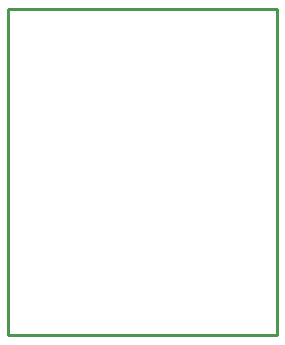
<source format=gbr>
%TF.GenerationSoftware,KiCad,Pcbnew,9.0.7*%
%TF.CreationDate,2026-02-12T00:57:52-08:00*%
%TF.ProjectId,sensor-pcb,73656e73-6f72-42d7-9063-622e6b696361,rev?*%
%TF.SameCoordinates,PXa5d4648PY5882b10*%
%TF.FileFunction,Profile,NP*%
%FSLAX46Y46*%
G04 Gerber Fmt 4.6, Leading zero omitted, Abs format (unit mm)*
G04 Created by KiCad (PCBNEW 9.0.7) date 2026-02-12 00:57:52*
%MOMM*%
%LPD*%
G01*
G04 APERTURE LIST*
%TA.AperFunction,Profile*%
%ADD10C,0.250000*%
%TD*%
G04 APERTURE END LIST*
D10*
X-11385000Y-13810000D02*
X11385000Y-13810000D01*
X11385000Y13810000D02*
X11385000Y-13810000D01*
X-11385000Y13810000D02*
X11385000Y13810000D01*
X-11385000Y13810000D02*
X-11385000Y-13810000D01*
M02*

</source>
